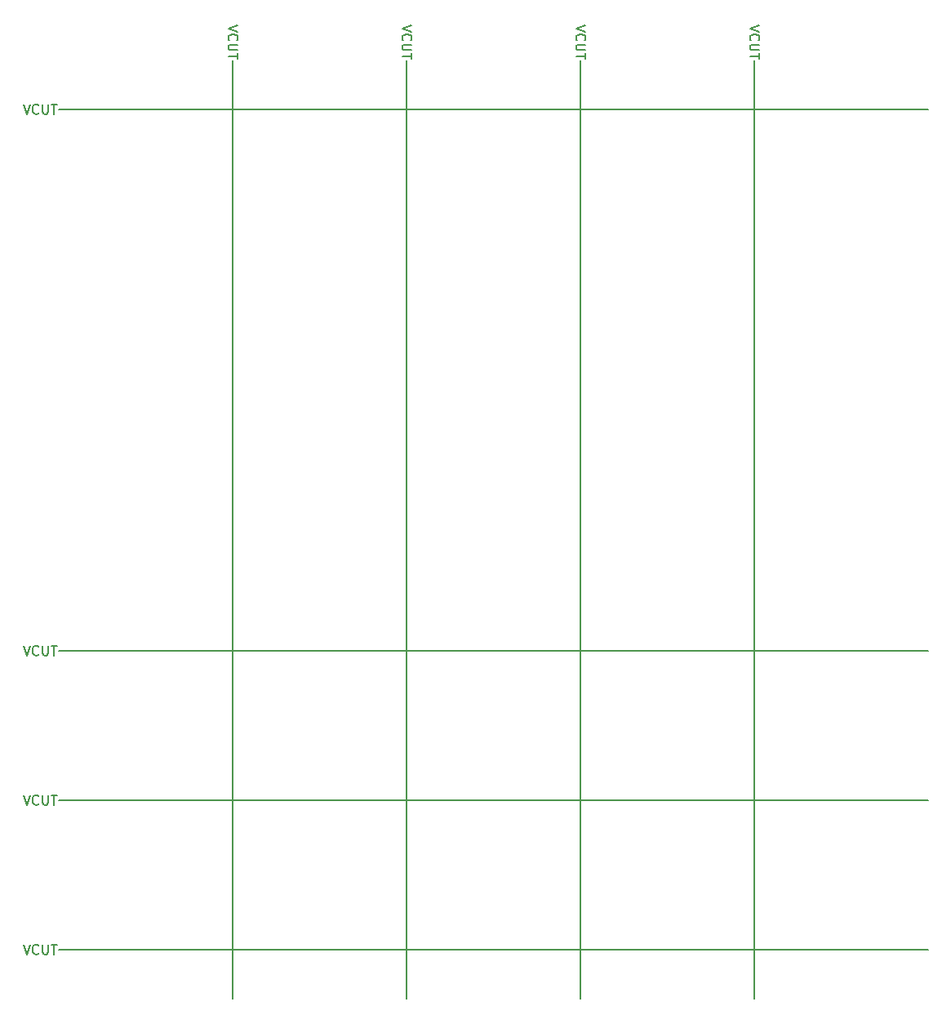
<source format=gbr>
G04 #@! TF.GenerationSoftware,KiCad,Pcbnew,(5.1.5)-3*
G04 #@! TF.CreationDate,2019-12-30T21:20:25-08:00*
G04 #@! TF.ProjectId,teensy40-bb-hc05-adapter,7465656e-7379-4343-902d-62622d686330,A*
G04 #@! TF.SameCoordinates,Original*
G04 #@! TF.FileFunction,Other,ECO1*
%FSLAX46Y46*%
G04 Gerber Fmt 4.6, Leading zero omitted, Abs format (unit mm)*
G04 Created by KiCad (PCBNEW (5.1.5)-3) date 2019-12-30 21:20:25*
%MOMM*%
%LPD*%
G04 APERTURE LIST*
%ADD10C,0.150000*%
G04 APERTURE END LIST*
D10*
X172886619Y-40654071D02*
X171886619Y-40987404D01*
X172886619Y-41320738D01*
X171981857Y-42225500D02*
X171934238Y-42177880D01*
X171886619Y-42035023D01*
X171886619Y-41939785D01*
X171934238Y-41796928D01*
X172029476Y-41701690D01*
X172124714Y-41654071D01*
X172315190Y-41606452D01*
X172458047Y-41606452D01*
X172648523Y-41654071D01*
X172743761Y-41701690D01*
X172839000Y-41796928D01*
X172886619Y-41939785D01*
X172886619Y-42035023D01*
X172839000Y-42177880D01*
X172791380Y-42225500D01*
X172886619Y-42654071D02*
X172077095Y-42654071D01*
X171981857Y-42701690D01*
X171934238Y-42749309D01*
X171886619Y-42844547D01*
X171886619Y-43035023D01*
X171934238Y-43130261D01*
X171981857Y-43177880D01*
X172077095Y-43225500D01*
X172886619Y-43225500D01*
X172886619Y-43558833D02*
X172886619Y-44130261D01*
X171886619Y-43844547D02*
X172886619Y-43844547D01*
X154852619Y-40654071D02*
X153852619Y-40987404D01*
X154852619Y-41320738D01*
X153947857Y-42225500D02*
X153900238Y-42177880D01*
X153852619Y-42035023D01*
X153852619Y-41939785D01*
X153900238Y-41796928D01*
X153995476Y-41701690D01*
X154090714Y-41654071D01*
X154281190Y-41606452D01*
X154424047Y-41606452D01*
X154614523Y-41654071D01*
X154709761Y-41701690D01*
X154805000Y-41796928D01*
X154852619Y-41939785D01*
X154852619Y-42035023D01*
X154805000Y-42177880D01*
X154757380Y-42225500D01*
X154852619Y-42654071D02*
X154043095Y-42654071D01*
X153947857Y-42701690D01*
X153900238Y-42749309D01*
X153852619Y-42844547D01*
X153852619Y-43035023D01*
X153900238Y-43130261D01*
X153947857Y-43177880D01*
X154043095Y-43225500D01*
X154852619Y-43225500D01*
X154852619Y-43558833D02*
X154852619Y-44130261D01*
X153852619Y-43844547D02*
X154852619Y-43844547D01*
X136818619Y-40654071D02*
X135818619Y-40987404D01*
X136818619Y-41320738D01*
X135913857Y-42225500D02*
X135866238Y-42177880D01*
X135818619Y-42035023D01*
X135818619Y-41939785D01*
X135866238Y-41796928D01*
X135961476Y-41701690D01*
X136056714Y-41654071D01*
X136247190Y-41606452D01*
X136390047Y-41606452D01*
X136580523Y-41654071D01*
X136675761Y-41701690D01*
X136771000Y-41796928D01*
X136818619Y-41939785D01*
X136818619Y-42035023D01*
X136771000Y-42177880D01*
X136723380Y-42225500D01*
X136818619Y-42654071D02*
X136009095Y-42654071D01*
X135913857Y-42701690D01*
X135866238Y-42749309D01*
X135818619Y-42844547D01*
X135818619Y-43035023D01*
X135866238Y-43130261D01*
X135913857Y-43177880D01*
X136009095Y-43225500D01*
X136818619Y-43225500D01*
X136818619Y-43558833D02*
X136818619Y-44130261D01*
X135818619Y-43844547D02*
X136818619Y-43844547D01*
X118784619Y-40654071D02*
X117784619Y-40987404D01*
X118784619Y-41320738D01*
X117879857Y-42225500D02*
X117832238Y-42177880D01*
X117784619Y-42035023D01*
X117784619Y-41939785D01*
X117832238Y-41796928D01*
X117927476Y-41701690D01*
X118022714Y-41654071D01*
X118213190Y-41606452D01*
X118356047Y-41606452D01*
X118546523Y-41654071D01*
X118641761Y-41701690D01*
X118737000Y-41796928D01*
X118784619Y-41939785D01*
X118784619Y-42035023D01*
X118737000Y-42177880D01*
X118689380Y-42225500D01*
X118784619Y-42654071D02*
X117975095Y-42654071D01*
X117879857Y-42701690D01*
X117832238Y-42749309D01*
X117784619Y-42844547D01*
X117784619Y-43035023D01*
X117832238Y-43130261D01*
X117879857Y-43177880D01*
X117975095Y-43225500D01*
X118784619Y-43225500D01*
X118784619Y-43558833D02*
X118784619Y-44130261D01*
X117784619Y-43844547D02*
X118784619Y-43844547D01*
X96534071Y-48855380D02*
X96867404Y-49855380D01*
X97200738Y-48855380D01*
X98105500Y-49760142D02*
X98057880Y-49807761D01*
X97915023Y-49855380D01*
X97819785Y-49855380D01*
X97676928Y-49807761D01*
X97581690Y-49712523D01*
X97534071Y-49617285D01*
X97486452Y-49426809D01*
X97486452Y-49283952D01*
X97534071Y-49093476D01*
X97581690Y-48998238D01*
X97676928Y-48903000D01*
X97819785Y-48855380D01*
X97915023Y-48855380D01*
X98057880Y-48903000D01*
X98105500Y-48950619D01*
X98534071Y-48855380D02*
X98534071Y-49664904D01*
X98581690Y-49760142D01*
X98629309Y-49807761D01*
X98724547Y-49855380D01*
X98915023Y-49855380D01*
X99010261Y-49807761D01*
X99057880Y-49760142D01*
X99105500Y-49664904D01*
X99105500Y-48855380D01*
X99438833Y-48855380D02*
X100010261Y-48855380D01*
X99724547Y-49855380D02*
X99724547Y-48855380D01*
X96534071Y-104989380D02*
X96867404Y-105989380D01*
X97200738Y-104989380D01*
X98105500Y-105894142D02*
X98057880Y-105941761D01*
X97915023Y-105989380D01*
X97819785Y-105989380D01*
X97676928Y-105941761D01*
X97581690Y-105846523D01*
X97534071Y-105751285D01*
X97486452Y-105560809D01*
X97486452Y-105417952D01*
X97534071Y-105227476D01*
X97581690Y-105132238D01*
X97676928Y-105037000D01*
X97819785Y-104989380D01*
X97915023Y-104989380D01*
X98057880Y-105037000D01*
X98105500Y-105084619D01*
X98534071Y-104989380D02*
X98534071Y-105798904D01*
X98581690Y-105894142D01*
X98629309Y-105941761D01*
X98724547Y-105989380D01*
X98915023Y-105989380D01*
X99010261Y-105941761D01*
X99057880Y-105894142D01*
X99105500Y-105798904D01*
X99105500Y-104989380D01*
X99438833Y-104989380D02*
X100010261Y-104989380D01*
X99724547Y-105989380D02*
X99724547Y-104989380D01*
X96534071Y-120483380D02*
X96867404Y-121483380D01*
X97200738Y-120483380D01*
X98105500Y-121388142D02*
X98057880Y-121435761D01*
X97915023Y-121483380D01*
X97819785Y-121483380D01*
X97676928Y-121435761D01*
X97581690Y-121340523D01*
X97534071Y-121245285D01*
X97486452Y-121054809D01*
X97486452Y-120911952D01*
X97534071Y-120721476D01*
X97581690Y-120626238D01*
X97676928Y-120531000D01*
X97819785Y-120483380D01*
X97915023Y-120483380D01*
X98057880Y-120531000D01*
X98105500Y-120578619D01*
X98534071Y-120483380D02*
X98534071Y-121292904D01*
X98581690Y-121388142D01*
X98629309Y-121435761D01*
X98724547Y-121483380D01*
X98915023Y-121483380D01*
X99010261Y-121435761D01*
X99057880Y-121388142D01*
X99105500Y-121292904D01*
X99105500Y-120483380D01*
X99438833Y-120483380D02*
X100010261Y-120483380D01*
X99724547Y-121483380D02*
X99724547Y-120483380D01*
X96534071Y-135977380D02*
X96867404Y-136977380D01*
X97200738Y-135977380D01*
X98105500Y-136882142D02*
X98057880Y-136929761D01*
X97915023Y-136977380D01*
X97819785Y-136977380D01*
X97676928Y-136929761D01*
X97581690Y-136834523D01*
X97534071Y-136739285D01*
X97486452Y-136548809D01*
X97486452Y-136405952D01*
X97534071Y-136215476D01*
X97581690Y-136120238D01*
X97676928Y-136025000D01*
X97819785Y-135977380D01*
X97915023Y-135977380D01*
X98057880Y-136025000D01*
X98105500Y-136072619D01*
X98534071Y-135977380D02*
X98534071Y-136786904D01*
X98581690Y-136882142D01*
X98629309Y-136929761D01*
X98724547Y-136977380D01*
X98915023Y-136977380D01*
X99010261Y-136929761D01*
X99057880Y-136882142D01*
X99105500Y-136786904D01*
X99105500Y-135977380D01*
X99438833Y-135977380D02*
X100010261Y-135977380D01*
X99724547Y-136977380D02*
X99724547Y-135977380D01*
X100203000Y-136525000D02*
X190373000Y-136525000D01*
X172339000Y-44323000D02*
X172339000Y-141605000D01*
X154305000Y-44323000D02*
X154305000Y-141605000D01*
X136271000Y-44323000D02*
X136271000Y-141605000D01*
X118237000Y-44323000D02*
X118237000Y-141605000D01*
X100203000Y-121031000D02*
X190373000Y-121031000D01*
X100203000Y-105537000D02*
X190373000Y-105537000D01*
X100203000Y-49403000D02*
X190373000Y-49403000D01*
M02*

</source>
